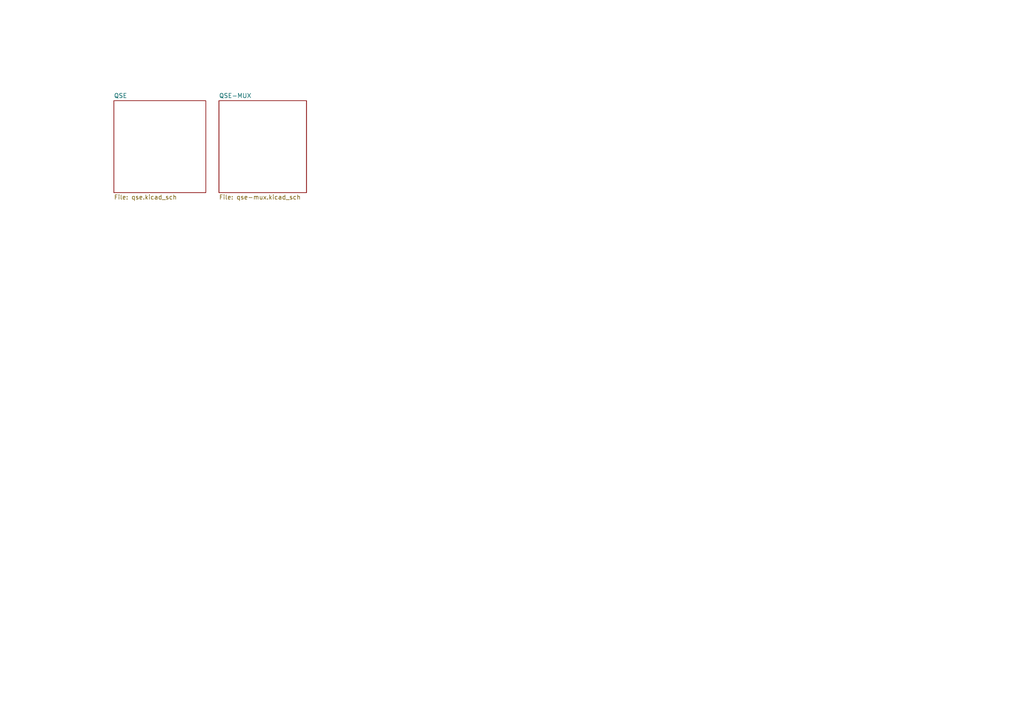
<source format=kicad_sch>
(kicad_sch
	(version 20231120)
	(generator "eeschema")
	(generator_version "8.0")
	(uuid "8479b471-211f-4f9d-aaff-f8c510ef6f99")
	(paper "A4")
	(lib_symbols)
	(sheet
		(at 63.5 29.21)
		(size 25.4 26.67)
		(fields_autoplaced yes)
		(stroke
			(width 0.1524)
			(type solid)
		)
		(fill
			(color 0 0 0 0.0000)
		)
		(uuid "8a73e46d-a625-466e-b3b9-e488e942275f")
		(property "Sheetname" "QSE-MUX"
			(at 63.5 28.4984 0)
			(effects
				(font
					(size 1.27 1.27)
				)
				(justify left bottom)
			)
		)
		(property "Sheetfile" "qse-mux.kicad_sch"
			(at 63.5 56.4646 0)
			(effects
				(font
					(size 1.27 1.27)
				)
				(justify left top)
			)
		)
		(instances
			(project "tx-1"
				(path "/8479b471-211f-4f9d-aaff-f8c510ef6f99"
					(page "3")
				)
			)
		)
	)
	(sheet
		(at 33.02 29.21)
		(size 26.67 26.67)
		(fields_autoplaced yes)
		(stroke
			(width 0.1524)
			(type solid)
		)
		(fill
			(color 0 0 0 0.0000)
		)
		(uuid "9695a7db-03d9-4388-abc4-282f3401666d")
		(property "Sheetname" "QSE"
			(at 33.02 28.4984 0)
			(effects
				(font
					(size 1.27 1.27)
				)
				(justify left bottom)
			)
		)
		(property "Sheetfile" "qse.kicad_sch"
			(at 33.02 56.4646 0)
			(effects
				(font
					(size 1.27 1.27)
				)
				(justify left top)
			)
		)
		(instances
			(project "tx-1"
				(path "/8479b471-211f-4f9d-aaff-f8c510ef6f99"
					(page "2")
				)
			)
		)
	)
	(sheet_instances
		(path "/"
			(page "1")
		)
	)
)

</source>
